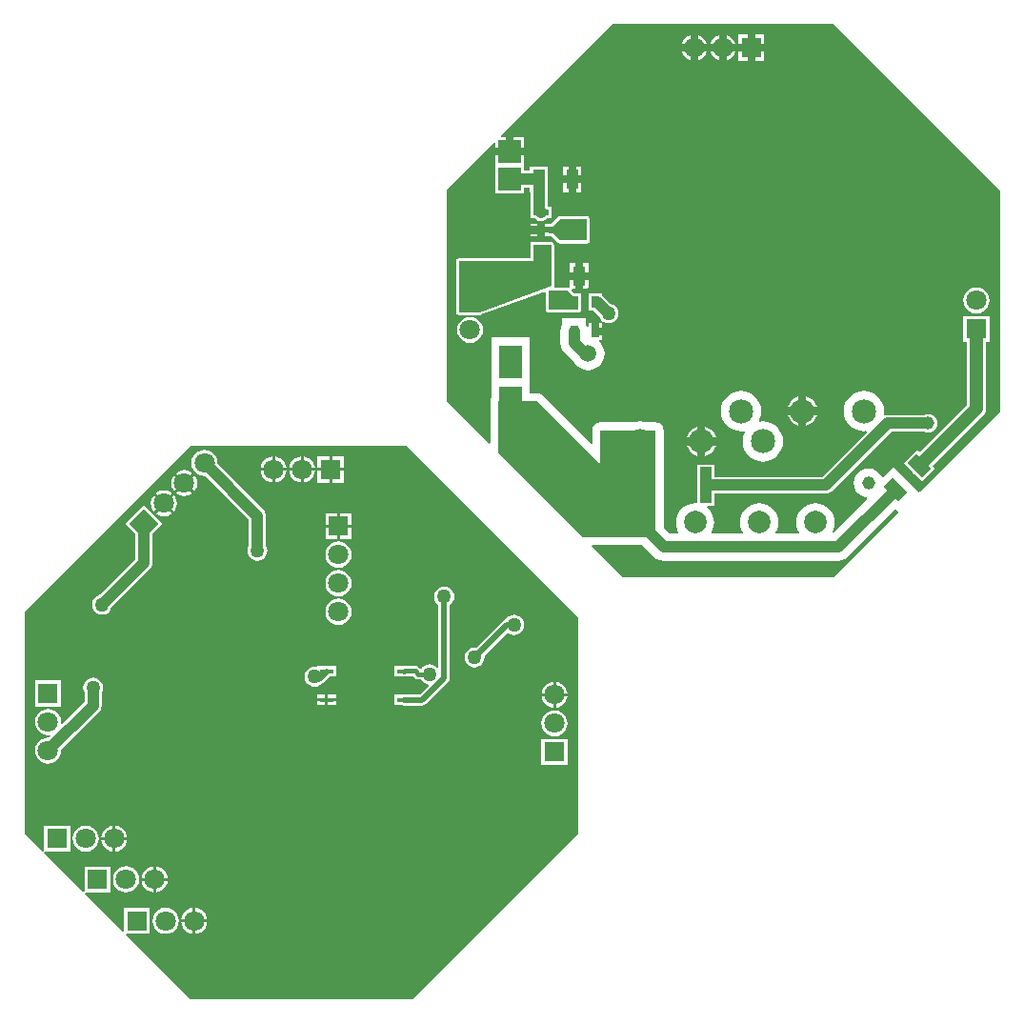
<source format=gbl>
G04 Layer_Physical_Order=2*
G04 Layer_Color=16711680*
%FSLAX44Y44*%
%MOMM*%
G71*
G01*
G75*
%ADD11R,1.1120X1.8034*%
%ADD18C,1.0000*%
%ADD21C,0.5000*%
%ADD22C,0.4000*%
%ADD24C,1.8000*%
%ADD25R,1.8000X1.8000*%
%ADD26P,2.5456X4X90.0*%
%ADD27R,1.8000X1.8000*%
%ADD28R,2.0000X2.0000*%
%ADD29R,2.0000X3.0000*%
%ADD30C,1.1684*%
%ADD31C,2.0000*%
%ADD32C,2.1590*%
%ADD33C,1.5000*%
%ADD34C,0.7000*%
%ADD35C,1.2700*%
%ADD36R,1.2080X0.4564*%
G04:AMPARAMS|DCode=37|XSize=1.112mm|YSize=1.8034mm|CornerRadius=0mm|HoleSize=0mm|Usage=FLASHONLY|Rotation=45.000|XOffset=0mm|YOffset=0mm|HoleType=Round|Shape=Rectangle|*
%AMROTATEDRECTD37*
4,1,4,0.2445,-1.0308,-1.0308,0.2445,-0.2445,1.0308,1.0308,-0.2445,0.2445,-1.0308,0.0*
%
%ADD37ROTATEDRECTD37*%

%ADD38R,1.0128X3.2004*%
%ADD39R,0.7000X1.0000*%
%ADD40R,1.3938X0.4826*%
%ADD41R,1.3938X0.5588*%
%ADD42C,1.2000*%
G36*
X871115Y723391D02*
Y526609D01*
X799779Y455272D01*
X798630Y454979D01*
X775979Y477630D01*
X766789Y468441D01*
X765544Y468689D01*
X765217Y469476D01*
X763159Y472159D01*
X760476Y474217D01*
X757352Y475511D01*
X754000Y475953D01*
X750648Y475511D01*
X747523Y474217D01*
X744841Y472159D01*
X742783Y469476D01*
X741488Y466352D01*
X741047Y463000D01*
X741488Y459647D01*
X742783Y456524D01*
X744841Y453841D01*
X747523Y451782D01*
X750648Y450488D01*
X752515Y450243D01*
X752923Y449040D01*
X722931Y419049D01*
X721900Y419813D01*
X722782Y421463D01*
X723754Y424667D01*
X724082Y428000D01*
X723754Y431333D01*
X722782Y434537D01*
X721203Y437490D01*
X719079Y440079D01*
X716490Y442203D01*
X713537Y443782D01*
X710333Y444754D01*
X707000Y445082D01*
X703667Y444754D01*
X700463Y443782D01*
X697510Y442203D01*
X694921Y440079D01*
X692797Y437490D01*
X691218Y434537D01*
X690246Y431333D01*
X689918Y428000D01*
X690246Y424667D01*
X691218Y421463D01*
X692335Y419374D01*
X691574Y418103D01*
X672426D01*
X671665Y419374D01*
X672782Y421463D01*
X673754Y424667D01*
X674082Y428000D01*
X673754Y431333D01*
X672782Y434537D01*
X671203Y437490D01*
X669079Y440079D01*
X666490Y442203D01*
X663537Y443782D01*
X660333Y444754D01*
X657000Y445082D01*
X653667Y444754D01*
X650463Y443782D01*
X647510Y442203D01*
X644921Y440079D01*
X642797Y437490D01*
X641218Y434537D01*
X640246Y431333D01*
X639918Y428000D01*
X640246Y424667D01*
X641218Y421463D01*
X642335Y419374D01*
X641574Y418103D01*
X615426D01*
X614665Y419374D01*
X615782Y421463D01*
X616754Y424667D01*
X617082Y428000D01*
X616754Y431333D01*
X615782Y434537D01*
X614203Y437490D01*
X612079Y440079D01*
X610728Y441188D01*
X611182Y442458D01*
X617544D01*
Y453395D01*
X716237D01*
X718205Y453654D01*
X720040Y454414D01*
X721615Y455622D01*
X774420Y508428D01*
X803490D01*
X804845Y507867D01*
X807033Y507579D01*
X809221Y507867D01*
X811260Y508711D01*
X813011Y510055D01*
X814355Y511806D01*
X815199Y513845D01*
X815487Y516033D01*
X815199Y518221D01*
X814355Y520260D01*
X813011Y522011D01*
X811260Y523355D01*
X809221Y524199D01*
X807033Y524487D01*
X804845Y524199D01*
X803490Y523638D01*
X771270D01*
X769302Y523379D01*
X768752Y523151D01*
X768509Y523223D01*
X767700Y523853D01*
X767590Y524045D01*
X767881Y527000D01*
X767538Y530488D01*
X766520Y533843D01*
X764868Y536934D01*
X762644Y539644D01*
X759934Y541868D01*
X756843Y543520D01*
X753488Y544538D01*
X750000Y544881D01*
X746512Y544538D01*
X743157Y543520D01*
X740066Y541868D01*
X737356Y539644D01*
X735132Y536934D01*
X733480Y533843D01*
X732462Y530488D01*
X732119Y527000D01*
X732462Y523512D01*
X733480Y520157D01*
X735132Y517066D01*
X737356Y514356D01*
X740066Y512132D01*
X743157Y510480D01*
X746512Y509462D01*
X750000Y509119D01*
X752002Y509316D01*
X752579Y508097D01*
X713087Y468605D01*
X617544D01*
Y479542D01*
X602336D01*
Y461008D01*
X602335Y461000D01*
X602336Y460992D01*
Y445798D01*
X601395Y444945D01*
X600000Y445082D01*
X596667Y444754D01*
X593463Y443782D01*
X590510Y442203D01*
X587921Y440079D01*
X585797Y437490D01*
X584218Y434537D01*
X583246Y431333D01*
X582918Y428000D01*
X583246Y424667D01*
X584218Y421463D01*
X585335Y419374D01*
X584574Y418103D01*
X577014D01*
X572060Y423057D01*
Y510000D01*
X571820Y511827D01*
X571115Y513530D01*
X569992Y514992D01*
X568530Y516115D01*
X566827Y516820D01*
X565000Y517060D01*
X556061D01*
X554488Y517537D01*
X551000Y517881D01*
X547512Y517537D01*
X545939Y517060D01*
X516000D01*
X514173Y516820D01*
X512470Y516115D01*
X511007Y514992D01*
X509885Y513530D01*
X509180Y511827D01*
X508940Y510000D01*
Y498705D01*
X507766Y498219D01*
X464992Y540993D01*
X463530Y542114D01*
X461827Y542820D01*
X460000Y543060D01*
X453000D01*
Y549000D01*
Y593000D01*
X419000D01*
Y549000D01*
Y539679D01*
X418885Y539530D01*
X418180Y537827D01*
X417940Y536000D01*
Y498720D01*
X416766Y498234D01*
X378885Y536115D01*
Y723391D01*
X421287Y765793D01*
X422460Y765307D01*
Y761500D01*
X431500D01*
Y770540D01*
X427693D01*
X427207Y771713D01*
X526609Y871115D01*
X723391D01*
X871115Y723391D01*
D02*
G37*
G36*
X513900Y482100D02*
X514730Y481270D01*
X516000Y480000D01*
X516000Y481000D01*
X516000Y481796D01*
Y481796D01*
Y481796D01*
X516000D01*
Y510000D01*
X565000D01*
Y417000D01*
Y415754D01*
X564017Y415000D01*
X500000D01*
X425000Y490000D01*
Y536000D01*
X460000D01*
X513900Y482100D01*
D02*
G37*
G36*
X780868Y437216D02*
X780574Y436068D01*
X723391Y378885D01*
X536115D01*
X508234Y406766D01*
X508720Y407940D01*
X552943D01*
X563442Y397441D01*
X565948Y395518D01*
X568867Y394309D01*
X572000Y393896D01*
X727000D01*
X730133Y394309D01*
X733052Y395518D01*
X735558Y397441D01*
X778100Y439983D01*
X780868Y437216D01*
D02*
G37*
G36*
X496115Y343885D02*
Y150877D01*
X349123Y3885D01*
X151609D01*
X121497Y33997D01*
X94257Y61237D01*
X94743Y62410D01*
X115490D01*
Y85490D01*
X92410D01*
Y64743D01*
X91237Y64257D01*
X57584Y97910D01*
X58110Y99180D01*
X80320D01*
Y122260D01*
X57240D01*
Y100049D01*
X55970Y99523D01*
X21314Y134180D01*
X21880Y135410D01*
X22485Y135410D01*
X44490D01*
Y158490D01*
X21410D01*
Y136574D01*
X21410Y135880D01*
X20180Y135314D01*
X3885Y151609D01*
Y348391D01*
X151609Y496115D01*
X343885D01*
X496115Y343885D01*
D02*
G37*
%LPC*%
G36*
X447540Y754500D02*
X435000D01*
X422460D01*
Y745460D01*
Y720460D01*
X447540D01*
Y725395D01*
X452942D01*
Y721443D01*
X453437D01*
Y705735D01*
X453568Y704739D01*
Y698747D01*
X457275D01*
X457699Y698322D01*
X459274Y697114D01*
X461109Y696354D01*
X463077Y696095D01*
X465045Y696354D01*
X466880Y697114D01*
X468455Y698322D01*
X468780Y698747D01*
X472586D01*
Y708653D01*
X468780D01*
X468647Y708827D01*
Y721443D01*
X469142D01*
Y744557D01*
X452942D01*
Y740605D01*
X447540D01*
Y745460D01*
Y754500D01*
D02*
G37*
G36*
X459577Y693334D02*
X453568D01*
Y691500D01*
X459577D01*
Y693334D01*
D02*
G37*
G36*
Y684500D02*
X453568D01*
Y682666D01*
X459577D01*
Y684500D01*
D02*
G37*
G36*
X499058Y729500D02*
X494458D01*
Y721443D01*
X499058D01*
Y729500D01*
D02*
G37*
G36*
X487458D02*
X482858D01*
Y721443D01*
X487458D01*
Y729500D01*
D02*
G37*
G36*
X504026Y699984D02*
X479702D01*
X479677Y699979D01*
X479652Y699983D01*
X479183Y699880D01*
X478711Y699787D01*
X478690Y699772D01*
X478665Y699767D01*
X478271Y699492D01*
X477871Y699225D01*
X477857Y699204D01*
X477836Y699190D01*
X472250Y693384D01*
X470046D01*
X469796Y693334D01*
X466577D01*
Y688000D01*
Y682666D01*
X469796D01*
X470046Y682616D01*
X472469D01*
X477800Y676848D01*
X477842Y676818D01*
X477871Y676775D01*
X478249Y676522D01*
X478618Y676254D01*
X478668Y676242D01*
X478711Y676213D01*
X479157Y676124D01*
X479600Y676018D01*
X479651Y676026D01*
X479702Y676016D01*
X504026D01*
X505017Y676213D01*
X505857Y676775D01*
X506419Y677615D01*
X506616Y678606D01*
Y697394D01*
X506419Y698385D01*
X505857Y699225D01*
X505017Y699787D01*
X504026Y699984D01*
D02*
G37*
G36*
X505058Y643500D02*
X500458D01*
Y635443D01*
X505058D01*
Y643500D01*
D02*
G37*
G36*
X513000Y631605D02*
X512202Y631500D01*
X508040D01*
Y631540D01*
X505500D01*
Y631501D01*
X505499D01*
Y624798D01*
X505395Y624000D01*
X505499Y623202D01*
Y616499D01*
X505500D01*
Y616460D01*
X508040D01*
Y616500D01*
X509745D01*
X514305Y611940D01*
X514339Y611679D01*
X515235Y609517D01*
X516660Y607660D01*
X518033Y606606D01*
X517336Y605540D01*
X516335Y605540D01*
X515000D01*
Y601500D01*
X517540D01*
Y604307D01*
X517540Y605383D01*
X518517Y606235D01*
X519110Y605989D01*
X520679Y605339D01*
X523000Y605033D01*
X525321Y605339D01*
X527483Y606235D01*
X529340Y607660D01*
X530765Y609517D01*
X531661Y611679D01*
X531967Y614000D01*
X531661Y616321D01*
X530765Y618483D01*
X529340Y620340D01*
X527483Y621765D01*
X525321Y622661D01*
X525060Y622696D01*
X518378Y629378D01*
X517500Y630051D01*
Y631500D01*
X513798D01*
X513000Y631605D01*
D02*
G37*
G36*
X602700Y861041D02*
Y853500D01*
X610241D01*
X609280Y855820D01*
X607430Y858230D01*
X605020Y860080D01*
X602700Y861041D01*
D02*
G37*
G36*
X661540Y861540D02*
X653500D01*
Y853500D01*
X661540D01*
Y861540D01*
D02*
G37*
G36*
X505058Y658557D02*
X500458D01*
Y650500D01*
X505058D01*
Y658557D01*
D02*
G37*
G36*
X493458D02*
X488858D01*
Y650500D01*
X493458D01*
Y658557D01*
D02*
G37*
G36*
X635641Y846500D02*
X628100D01*
Y838959D01*
X630420Y839920D01*
X632830Y841770D01*
X634680Y844180D01*
X635641Y846500D01*
D02*
G37*
G36*
X610241D02*
X602700D01*
Y838959D01*
X605020Y839920D01*
X607430Y841770D01*
X609280Y844180D01*
X610241Y846500D01*
D02*
G37*
G36*
X621100D02*
X613559D01*
X614520Y844180D01*
X616370Y841770D01*
X618780Y839920D01*
X621100Y838959D01*
Y846500D01*
D02*
G37*
G36*
Y861041D02*
X618780Y860080D01*
X616370Y858230D01*
X614520Y855820D01*
X613559Y853500D01*
X621100D01*
Y861041D01*
D02*
G37*
G36*
X595700D02*
X593380Y860080D01*
X590970Y858230D01*
X589120Y855820D01*
X588159Y853500D01*
X595700D01*
Y861041D01*
D02*
G37*
G36*
X646500Y861540D02*
X638460D01*
Y853500D01*
X646500D01*
Y861540D01*
D02*
G37*
G36*
X447540Y770540D02*
X438500D01*
Y761500D01*
X447540D01*
Y770540D01*
D02*
G37*
G36*
X499058Y744557D02*
X494458D01*
Y736500D01*
X499058D01*
Y744557D01*
D02*
G37*
G36*
X487458D02*
X482858D01*
Y736500D01*
X487458D01*
Y744557D01*
D02*
G37*
G36*
X595700Y846500D02*
X588159D01*
X589120Y844180D01*
X590970Y841770D01*
X593380Y839920D01*
X595700Y838959D01*
Y846500D01*
D02*
G37*
G36*
X661540D02*
X653500D01*
Y838460D01*
X661540D01*
Y846500D01*
D02*
G37*
G36*
X646500D02*
X638460D01*
Y838460D01*
X646500D01*
Y846500D01*
D02*
G37*
G36*
X628100Y861041D02*
Y853500D01*
X635641D01*
X634680Y855820D01*
X632830Y858230D01*
X630420Y860080D01*
X628100Y861041D01*
D02*
G37*
G36*
X602100Y496500D02*
X592616D01*
X593952Y493275D01*
X596089Y490489D01*
X598875Y488352D01*
X602100Y487016D01*
Y496500D01*
D02*
G37*
G36*
X640800Y544881D02*
X637312Y544538D01*
X633957Y543520D01*
X630866Y541868D01*
X628156Y539644D01*
X625932Y536934D01*
X624280Y533843D01*
X623262Y530488D01*
X622919Y527000D01*
X623262Y523512D01*
X624280Y520157D01*
X625932Y517066D01*
X628156Y514356D01*
X630866Y512132D01*
X633957Y510480D01*
X637312Y509462D01*
X640800Y509119D01*
X643604Y509395D01*
X644404Y508198D01*
X643680Y506843D01*
X642663Y503488D01*
X642319Y500000D01*
X642663Y496511D01*
X643680Y493157D01*
X645332Y490066D01*
X647556Y487356D01*
X650266Y485132D01*
X653357Y483480D01*
X656712Y482462D01*
X660200Y482119D01*
X663688Y482462D01*
X667043Y483480D01*
X670134Y485132D01*
X672844Y487356D01*
X675068Y490066D01*
X676720Y493157D01*
X677738Y496511D01*
X678081Y500000D01*
X677738Y503488D01*
X676720Y506843D01*
X675068Y509934D01*
X672844Y512644D01*
X670134Y514868D01*
X667043Y516520D01*
X663688Y517537D01*
X660200Y517881D01*
X657396Y517605D01*
X656596Y518802D01*
X657320Y520157D01*
X658337Y523512D01*
X658681Y527000D01*
X658337Y530488D01*
X657320Y533843D01*
X655668Y536934D01*
X653444Y539644D01*
X650734Y541868D01*
X647643Y543520D01*
X644288Y544538D01*
X640800Y544881D01*
D02*
G37*
G36*
X492500Y610104D02*
X491713Y610000D01*
X482000D01*
Y604008D01*
X480809Y601133D01*
X480396Y598000D01*
Y587500D01*
X480809Y584367D01*
X482018Y581448D01*
X483941Y578941D01*
X492786Y570097D01*
X494658Y567657D01*
X497687Y565333D01*
X501214Y563872D01*
X505000Y563373D01*
X508785Y563872D01*
X512312Y565333D01*
X515341Y567657D01*
X517665Y570686D01*
X519127Y574213D01*
X519625Y577999D01*
X519127Y581784D01*
X517665Y585311D01*
X515341Y588340D01*
X514146Y589257D01*
X514554Y590460D01*
X517540D01*
Y594500D01*
X511500D01*
Y598000D01*
X508000D01*
Y605540D01*
X505460D01*
Y601224D01*
X504191Y601133D01*
X503000Y604008D01*
Y610000D01*
X493287D01*
X492500Y610104D01*
D02*
G37*
G36*
X698900Y539984D02*
Y530500D01*
X708384D01*
X707048Y533725D01*
X704911Y536511D01*
X702125Y538648D01*
X698900Y539984D01*
D02*
G37*
G36*
X691900D02*
X688675Y538648D01*
X685889Y536511D01*
X683752Y533725D01*
X682416Y530500D01*
X691900D01*
Y539984D01*
D02*
G37*
G36*
X472000Y677590D02*
X456000D01*
X455009Y677393D01*
X454800Y677253D01*
X453568D01*
Y675793D01*
X453410Y675000D01*
Y662590D01*
X390000D01*
X389009Y662393D01*
X388169Y661831D01*
X387607Y660991D01*
X387410Y660000D01*
Y615000D01*
X387607Y614009D01*
X388169Y613169D01*
X389009Y612607D01*
X390000Y612410D01*
X409000D01*
X409442Y612498D01*
X409889Y612567D01*
X461889Y631567D01*
X461889Y631568D01*
X466370Y633197D01*
X467410Y632468D01*
Y617000D01*
X467607Y616009D01*
X468169Y615169D01*
X469009Y614607D01*
X470000Y614410D01*
X496000D01*
X496991Y614607D01*
X497831Y615169D01*
X498393Y616009D01*
X498482Y616460D01*
X498500D01*
Y616499D01*
X498501D01*
Y616549D01*
X498590Y617000D01*
Y619000D01*
Y624000D01*
Y629000D01*
X498501Y629451D01*
Y631501D01*
X498500D01*
Y631540D01*
X496250D01*
X496000Y631590D01*
X493073D01*
X490393Y634270D01*
X490879Y635443D01*
X493458D01*
Y643500D01*
X488858D01*
Y637341D01*
X488626Y637087D01*
X487588Y636473D01*
X487000Y636590D01*
X475142D01*
Y658557D01*
X474590D01*
Y675000D01*
X474393Y675991D01*
X473831Y676831D01*
X472991Y677393D01*
X472000Y677590D01*
D02*
G37*
G36*
X850000Y637039D02*
X846987Y636643D01*
X844180Y635480D01*
X841770Y633630D01*
X839920Y631220D01*
X838757Y628413D01*
X838360Y625400D01*
X838757Y622388D01*
X839920Y619580D01*
X841770Y617170D01*
X844180Y615320D01*
X846987Y614157D01*
X850000Y613760D01*
X853012Y614157D01*
X855820Y615320D01*
X858230Y617170D01*
X860080Y619580D01*
X861243Y622388D01*
X861639Y625400D01*
X861243Y628413D01*
X860080Y631220D01*
X858230Y633630D01*
X855820Y635480D01*
X853012Y636643D01*
X850000Y637039D01*
D02*
G37*
G36*
X400000Y610840D02*
X396987Y610443D01*
X394180Y609280D01*
X391770Y607430D01*
X389920Y605020D01*
X388757Y602212D01*
X388360Y599200D01*
X388757Y596188D01*
X389920Y593380D01*
X391770Y590970D01*
X394180Y589120D01*
X396987Y587957D01*
X400000Y587560D01*
X403013Y587957D01*
X405820Y589120D01*
X408230Y590970D01*
X410080Y593380D01*
X411243Y596188D01*
X411640Y599200D01*
X411243Y602212D01*
X410080Y605020D01*
X408230Y607430D01*
X405820Y609280D01*
X403013Y610443D01*
X400000Y610840D01*
D02*
G37*
G36*
X602100Y512984D02*
X598875Y511648D01*
X596089Y509511D01*
X593952Y506725D01*
X592616Y503500D01*
X602100D01*
Y512984D01*
D02*
G37*
G36*
X861540Y611540D02*
X838460D01*
Y588460D01*
X841386D01*
Y532568D01*
X799214Y490395D01*
X797132Y492477D01*
X785677Y481021D01*
X791897Y474802D01*
X792117Y474270D01*
X793486Y472486D01*
X795270Y471117D01*
X795802Y470897D01*
X802021Y464677D01*
X813476Y476132D01*
X811395Y478214D01*
X856091Y522909D01*
X857460Y524693D01*
X858320Y526771D01*
X858614Y529000D01*
Y588460D01*
X861540D01*
Y611540D01*
D02*
G37*
G36*
X618584Y496500D02*
X609100D01*
Y487016D01*
X612325Y488352D01*
X615111Y490489D01*
X617248Y493275D01*
X618584Y496500D01*
D02*
G37*
G36*
X708384Y523500D02*
X698900D01*
Y514016D01*
X702125Y515352D01*
X704911Y517489D01*
X707048Y520275D01*
X708384Y523500D01*
D02*
G37*
G36*
X691900D02*
X682416D01*
X683752Y520275D01*
X685889Y517489D01*
X688675Y515352D01*
X691900Y514016D01*
Y523500D01*
D02*
G37*
G36*
X609100Y512984D02*
Y503500D01*
X618584D01*
X617248Y506725D01*
X615111Y509511D01*
X612325Y511648D01*
X609100Y512984D01*
D02*
G37*
%LPD*%
G36*
X504026Y678606D02*
X479702D01*
X473602Y685206D01*
X470046D01*
Y690794D01*
X473352D01*
X479702Y697394D01*
X504026D01*
Y678606D01*
D02*
G37*
G36*
X472000Y656000D02*
Y638000D01*
X461000Y634000D01*
X409000Y615000D01*
X390000D01*
Y660000D01*
X456000D01*
Y675000D01*
X472000D01*
Y656000D01*
D02*
G37*
G36*
X492000Y629000D02*
X496000D01*
Y619000D01*
Y617000D01*
X470000D01*
Y634000D01*
X487000D01*
X492000Y629000D01*
D02*
G37*
%LPC*%
G36*
X283000Y411040D02*
X279988Y410643D01*
X277180Y409480D01*
X274770Y407630D01*
X272920Y405220D01*
X271757Y402413D01*
X271360Y399400D01*
X271757Y396387D01*
X272920Y393580D01*
X274770Y391170D01*
X277180Y389320D01*
X279988Y388157D01*
X283000Y387761D01*
X286012Y388157D01*
X288820Y389320D01*
X291230Y391170D01*
X293080Y393580D01*
X294243Y396387D01*
X294639Y399400D01*
X294243Y402413D01*
X293080Y405220D01*
X291230Y407630D01*
X288820Y409480D01*
X286012Y410643D01*
X283000Y411040D01*
D02*
G37*
G36*
Y385639D02*
X279988Y385243D01*
X277180Y384080D01*
X274770Y382230D01*
X272920Y379820D01*
X271757Y377012D01*
X271360Y374000D01*
X271757Y370987D01*
X272920Y368180D01*
X274770Y365770D01*
X277180Y363920D01*
X279988Y362757D01*
X283000Y362360D01*
X286012Y362757D01*
X288820Y363920D01*
X291230Y365770D01*
X293080Y368180D01*
X294243Y370987D01*
X294639Y374000D01*
X294243Y377012D01*
X293080Y379820D01*
X291230Y382230D01*
X288820Y384080D01*
X286012Y385243D01*
X283000Y385639D01*
D02*
G37*
G36*
X294540Y423530D02*
X284270D01*
Y413260D01*
X294540D01*
Y423530D01*
D02*
G37*
G36*
X281730D02*
X271460D01*
Y413260D01*
X281730D01*
Y423530D01*
D02*
G37*
G36*
X163921Y492561D02*
X160909Y492164D01*
X158101Y491001D01*
X155691Y489151D01*
X153841Y486741D01*
X152678Y483934D01*
X152282Y480921D01*
X152678Y477909D01*
X153841Y475101D01*
X155691Y472691D01*
X158101Y470841D01*
X160909Y469678D01*
X163921Y469282D01*
X164702Y469384D01*
X203395Y430692D01*
Y407692D01*
X203235Y407483D01*
X202339Y405321D01*
X202033Y403000D01*
X202339Y400679D01*
X203235Y398517D01*
X204660Y396660D01*
X206517Y395235D01*
X208679Y394339D01*
X211000Y394033D01*
X213321Y394339D01*
X215483Y395235D01*
X217340Y396660D01*
X218765Y398517D01*
X219661Y400679D01*
X219967Y403000D01*
X219661Y405321D01*
X218765Y407483D01*
X218605Y407692D01*
Y433842D01*
X218346Y435810D01*
X217901Y436885D01*
X217586Y437645D01*
X216378Y439220D01*
X175458Y480140D01*
X175561Y480921D01*
X175164Y483934D01*
X174001Y486741D01*
X172151Y489151D01*
X169741Y491001D01*
X166934Y492164D01*
X163921Y492561D01*
D02*
G37*
G36*
X272583Y300839D02*
X270991Y300522D01*
X264003D01*
Y300522D01*
X263190Y299809D01*
X261999Y299966D01*
X259679Y299661D01*
X257516Y298765D01*
X255659Y297340D01*
X254234Y295483D01*
X253338Y293320D01*
X253033Y290999D01*
X253338Y288679D01*
X254234Y286516D01*
X255659Y284659D01*
X257516Y283234D01*
X259679Y282338D01*
X261999Y282033D01*
X264320Y282338D01*
X266483Y283234D01*
X267795Y284241D01*
X267849Y284252D01*
X269516Y285366D01*
X275028Y290878D01*
X281163D01*
Y300522D01*
X274175D01*
X272583Y300839D01*
D02*
G37*
G36*
X377000Y370967D02*
X374679Y370661D01*
X372517Y369765D01*
X370660Y368340D01*
X369235Y366483D01*
X368339Y364321D01*
X368033Y362000D01*
X368339Y359679D01*
X369235Y357517D01*
X370660Y355660D01*
X371861Y354738D01*
Y299443D01*
X370591Y299012D01*
X370340Y299340D01*
X368483Y300765D01*
X366320Y301661D01*
X363999Y301966D01*
X361679Y301661D01*
X359516Y300765D01*
X357659Y299340D01*
X356893Y298341D01*
X355297Y298249D01*
X354273Y299273D01*
X352771Y300277D01*
X351000Y300629D01*
X351000Y300629D01*
X341717D01*
X341717Y300629D01*
X341179Y300522D01*
X332837D01*
Y290878D01*
X349576D01*
X350727Y289726D01*
X350727Y289726D01*
X352229Y288723D01*
X354001Y288370D01*
X356346D01*
X357659Y286659D01*
X359516Y285234D01*
X361679Y284338D01*
X362464Y284235D01*
X362873Y283032D01*
X355279Y275439D01*
X341417D01*
X339825Y275122D01*
X332837D01*
Y265478D01*
X339825D01*
X341417Y265161D01*
X357408D01*
X359374Y265553D01*
X361041Y266666D01*
X380634Y286259D01*
X381748Y287926D01*
X382139Y289892D01*
Y354738D01*
X383340Y355660D01*
X384765Y357517D01*
X385661Y359679D01*
X385967Y362000D01*
X385661Y364321D01*
X384765Y366483D01*
X383340Y368340D01*
X381483Y369765D01*
X379321Y370661D01*
X377000Y370967D01*
D02*
G37*
G36*
X476320Y286222D02*
Y276020D01*
X486522D01*
X486293Y277763D01*
X485130Y280570D01*
X483280Y282980D01*
X480870Y284830D01*
X478063Y285993D01*
X476320Y286222D01*
D02*
G37*
G36*
X110040Y443359D02*
X93720Y427039D01*
X102434Y418325D01*
Y395190D01*
X70940Y363695D01*
X70679Y363661D01*
X68517Y362765D01*
X66660Y361340D01*
X65235Y359483D01*
X64339Y357321D01*
X64033Y355000D01*
X64339Y352679D01*
X65235Y350517D01*
X66660Y348660D01*
X68517Y347235D01*
X70679Y346339D01*
X73000Y346033D01*
X75321Y346339D01*
X77483Y347235D01*
X79340Y348660D01*
X80765Y350517D01*
X81661Y352679D01*
X81695Y352940D01*
X115417Y386662D01*
X116626Y388237D01*
X117385Y390071D01*
X117645Y392039D01*
Y418325D01*
X126360Y427039D01*
X110040Y443359D01*
D02*
G37*
G36*
X283000Y360240D02*
X279988Y359843D01*
X277180Y358680D01*
X274770Y356830D01*
X272920Y354420D01*
X271757Y351613D01*
X271360Y348600D01*
X271757Y345588D01*
X272920Y342780D01*
X274770Y340370D01*
X277180Y338520D01*
X279988Y337357D01*
X283000Y336960D01*
X286012Y337357D01*
X288820Y338520D01*
X291230Y340370D01*
X293080Y342780D01*
X294243Y345588D01*
X294639Y348600D01*
X294243Y351613D01*
X293080Y354420D01*
X291230Y356830D01*
X288820Y358680D01*
X286012Y359843D01*
X283000Y360240D01*
D02*
G37*
G36*
X438999Y345966D02*
X436678Y345661D01*
X434516Y344765D01*
X432659Y343340D01*
X431509Y341842D01*
X431033Y341747D01*
X429366Y340633D01*
X405501Y316768D01*
X403999Y316966D01*
X401678Y316661D01*
X399516Y315765D01*
X397659Y314340D01*
X396234Y312483D01*
X395338Y310320D01*
X395033Y307999D01*
X395338Y305679D01*
X396234Y303516D01*
X397659Y301659D01*
X399516Y300234D01*
X401678Y299338D01*
X403999Y299033D01*
X406320Y299338D01*
X408483Y300234D01*
X410340Y301659D01*
X411765Y303516D01*
X412660Y305679D01*
X412966Y307999D01*
X412768Y309501D01*
X433376Y330109D01*
X434516Y329234D01*
X436678Y328338D01*
X438999Y328033D01*
X441320Y328338D01*
X443483Y329234D01*
X445340Y330659D01*
X446764Y332516D01*
X447660Y334679D01*
X447966Y336999D01*
X447660Y339320D01*
X446764Y341483D01*
X445340Y343340D01*
X443483Y344765D01*
X441320Y345661D01*
X438999Y345966D01*
D02*
G37*
G36*
X145961Y461165D02*
X138746Y453950D01*
X140141Y452880D01*
X142948Y451718D01*
X145961Y451321D01*
X148973Y451718D01*
X151780Y452880D01*
X153175Y453950D01*
X145961Y461165D01*
D02*
G37*
G36*
X128000Y456640D02*
X124987Y456243D01*
X122180Y455080D01*
X120786Y454010D01*
X128000Y446796D01*
X135214Y454010D01*
X133820Y455080D01*
X131012Y456243D01*
X128000Y456640D01*
D02*
G37*
G36*
X118990Y452214D02*
X117920Y450820D01*
X116757Y448013D01*
X116360Y445000D01*
X116757Y441987D01*
X117920Y439180D01*
X118990Y437786D01*
X126204Y445000D01*
X118990Y452214D01*
D02*
G37*
G36*
X274780Y473780D02*
X264510D01*
Y463510D01*
X274780D01*
Y473780D01*
D02*
G37*
G36*
X136950Y470175D02*
X135880Y468780D01*
X134718Y465973D01*
X134321Y462961D01*
X134718Y459948D01*
X135880Y457141D01*
X136950Y455746D01*
X144164Y462961D01*
X136950Y470175D01*
D02*
G37*
G36*
X154971Y470175D02*
X147757Y462961D01*
X154971Y455746D01*
X156041Y457141D01*
X157203Y459948D01*
X157600Y462961D01*
X157203Y465973D01*
X156041Y468780D01*
X154971Y470175D01*
D02*
G37*
G36*
X281730Y436340D02*
X271460D01*
Y426070D01*
X281730D01*
Y436340D01*
D02*
G37*
G36*
X287590Y473780D02*
X277320D01*
Y463510D01*
X287590D01*
Y473780D01*
D02*
G37*
G36*
X223980D02*
X213778D01*
X214007Y472037D01*
X215170Y469230D01*
X217020Y466820D01*
X219430Y464970D01*
X222237Y463807D01*
X223980Y463578D01*
Y473780D01*
D02*
G37*
G36*
X137010Y452214D02*
X129796Y445000D01*
X137010Y437786D01*
X138080Y439180D01*
X139243Y441987D01*
X139640Y445000D01*
X139243Y448013D01*
X138080Y450820D01*
X137010Y452214D01*
D02*
G37*
G36*
X128000Y443204D02*
X120786Y435990D01*
X122180Y434920D01*
X124987Y433757D01*
X128000Y433360D01*
X131012Y433757D01*
X133820Y434920D01*
X135214Y435990D01*
X128000Y443204D01*
D02*
G37*
G36*
X294540Y436340D02*
X284270D01*
Y426070D01*
X294540D01*
Y436340D01*
D02*
G37*
G36*
X473780Y286222D02*
X472037Y285993D01*
X469230Y284830D01*
X466820Y282980D01*
X464970Y280570D01*
X463807Y277763D01*
X463578Y276020D01*
X473780D01*
Y286222D01*
D02*
G37*
G36*
X118310Y122192D02*
X116568Y121962D01*
X113761Y120800D01*
X111350Y118950D01*
X109500Y116539D01*
X108337Y113732D01*
X108108Y111990D01*
X118310D01*
Y122192D01*
D02*
G37*
G36*
X131053Y109450D02*
X120850D01*
Y99247D01*
X122593Y99477D01*
X125400Y100639D01*
X127811Y102489D01*
X129661Y104900D01*
X130823Y107707D01*
X131053Y109450D01*
D02*
G37*
G36*
X118310D02*
X108108D01*
X108337Y107707D01*
X109500Y104900D01*
X111350Y102489D01*
X113761Y100639D01*
X116568Y99477D01*
X118310Y99247D01*
Y109450D01*
D02*
G37*
G36*
X82480Y145680D02*
X72278D01*
X72507Y143938D01*
X73670Y141130D01*
X75520Y138720D01*
X77930Y136870D01*
X80737Y135707D01*
X82480Y135478D01*
Y145680D01*
D02*
G37*
G36*
X58350Y158590D02*
X55338Y158193D01*
X52530Y157030D01*
X50120Y155180D01*
X48270Y152770D01*
X47107Y149963D01*
X46710Y146950D01*
X47107Y143938D01*
X48270Y141130D01*
X50120Y138720D01*
X52530Y136870D01*
X55338Y135707D01*
X58350Y135310D01*
X61363Y135707D01*
X64170Y136870D01*
X66580Y138720D01*
X68430Y141130D01*
X69593Y143938D01*
X69990Y146950D01*
X69593Y149963D01*
X68430Y152770D01*
X66580Y155180D01*
X64170Y157030D01*
X61363Y158193D01*
X58350Y158590D01*
D02*
G37*
G36*
X120850Y122192D02*
Y111990D01*
X131053D01*
X130823Y113732D01*
X129661Y116539D01*
X127811Y118950D01*
X125400Y120800D01*
X122593Y121962D01*
X120850Y122192D01*
D02*
G37*
G36*
X166222Y72680D02*
X156020D01*
Y62478D01*
X157762Y62707D01*
X160570Y63870D01*
X162980Y65720D01*
X164830Y68130D01*
X165993Y70938D01*
X166222Y72680D01*
D02*
G37*
G36*
X153480D02*
X143278D01*
X143507Y70938D01*
X144670Y68130D01*
X146520Y65720D01*
X148930Y63870D01*
X151737Y62707D01*
X153480Y62478D01*
Y72680D01*
D02*
G37*
G36*
X129350Y85590D02*
X126337Y85193D01*
X123530Y84030D01*
X121120Y82180D01*
X119270Y79770D01*
X118107Y76963D01*
X117710Y73950D01*
X118107Y70938D01*
X119270Y68130D01*
X121120Y65720D01*
X123530Y63870D01*
X126337Y62707D01*
X129350Y62311D01*
X132362Y62707D01*
X135170Y63870D01*
X137580Y65720D01*
X139430Y68130D01*
X140593Y70938D01*
X140990Y73950D01*
X140593Y76963D01*
X139430Y79770D01*
X137580Y82180D01*
X135170Y84030D01*
X132362Y85193D01*
X129350Y85590D01*
D02*
G37*
G36*
X94180Y122359D02*
X91168Y121962D01*
X88361Y120800D01*
X85950Y118950D01*
X84100Y116539D01*
X82937Y113732D01*
X82541Y110720D01*
X82937Y107707D01*
X84100Y104900D01*
X85950Y102489D01*
X88361Y100639D01*
X91168Y99477D01*
X94180Y99080D01*
X97193Y99477D01*
X100000Y100639D01*
X102411Y102489D01*
X104261Y104900D01*
X105423Y107707D01*
X105820Y110720D01*
X105423Y113732D01*
X104261Y116539D01*
X102411Y118950D01*
X100000Y120800D01*
X97193Y121962D01*
X94180Y122359D01*
D02*
G37*
G36*
X156020Y85422D02*
Y75220D01*
X166222D01*
X165993Y76963D01*
X164830Y79770D01*
X162980Y82180D01*
X160570Y84030D01*
X157762Y85193D01*
X156020Y85422D01*
D02*
G37*
G36*
X153480D02*
X151737Y85193D01*
X148930Y84030D01*
X146520Y82180D01*
X144670Y79770D01*
X143507Y76963D01*
X143278Y75220D01*
X153480D01*
Y85422D01*
D02*
G37*
G36*
X95222Y145680D02*
X85020D01*
Y135478D01*
X86763Y135707D01*
X89570Y136870D01*
X91980Y138720D01*
X93830Y141130D01*
X94993Y143938D01*
X95222Y145680D01*
D02*
G37*
G36*
X271313Y269030D02*
X264003D01*
Y265478D01*
X271313D01*
Y269030D01*
D02*
G37*
G36*
X36490Y287590D02*
X13410D01*
Y264510D01*
X36490D01*
Y287590D01*
D02*
G37*
G36*
X486522Y273480D02*
X476320D01*
Y263278D01*
X478063Y263507D01*
X480870Y264670D01*
X483280Y266520D01*
X485130Y268930D01*
X486293Y271737D01*
X486522Y273480D01*
D02*
G37*
G36*
X281163Y275122D02*
X273853D01*
Y271570D01*
X281163D01*
Y275122D01*
D02*
G37*
G36*
X271313D02*
X264003D01*
Y271570D01*
X271313D01*
Y275122D01*
D02*
G37*
G36*
X281163Y269030D02*
X273853D01*
Y265478D01*
X281163D01*
Y269030D01*
D02*
G37*
G36*
X486590Y235490D02*
X463510D01*
Y212410D01*
X486590D01*
Y235490D01*
D02*
G37*
G36*
X85020Y158422D02*
Y148220D01*
X95222D01*
X94993Y149963D01*
X93830Y152770D01*
X91980Y155180D01*
X89570Y157030D01*
X86763Y158193D01*
X85020Y158422D01*
D02*
G37*
G36*
X82480D02*
X80737Y158193D01*
X77930Y157030D01*
X75520Y155180D01*
X73670Y152770D01*
X72507Y149963D01*
X72278Y148220D01*
X82480D01*
Y158422D01*
D02*
G37*
G36*
X473780Y273480D02*
X463578D01*
X463807Y271737D01*
X464970Y268930D01*
X466820Y266520D01*
X469230Y264670D01*
X472037Y263507D01*
X473780Y263278D01*
Y273480D01*
D02*
G37*
G36*
X65000Y289967D02*
X62679Y289661D01*
X60517Y288765D01*
X58660Y287340D01*
X57235Y285483D01*
X56339Y283321D01*
X56033Y281000D01*
X56339Y278679D01*
X57235Y276517D01*
X57395Y276308D01*
Y268450D01*
X37609Y248664D01*
X36406Y249258D01*
X36590Y250650D01*
X36193Y253663D01*
X35030Y256470D01*
X33180Y258880D01*
X30770Y260730D01*
X27963Y261893D01*
X24950Y262290D01*
X21937Y261893D01*
X19130Y260730D01*
X16720Y258880D01*
X14870Y256470D01*
X13707Y253663D01*
X13311Y250650D01*
X13707Y247638D01*
X14870Y244830D01*
X16720Y242420D01*
X19130Y240570D01*
X21937Y239407D01*
X24950Y239011D01*
X26342Y239194D01*
X26936Y237991D01*
X25731Y236787D01*
X24950Y236890D01*
X21937Y236493D01*
X19130Y235330D01*
X16720Y233480D01*
X14870Y231070D01*
X13707Y228263D01*
X13311Y225250D01*
X13707Y222237D01*
X14870Y219430D01*
X16720Y217020D01*
X19130Y215170D01*
X21937Y214007D01*
X24950Y213610D01*
X27963Y214007D01*
X30770Y215170D01*
X33180Y217020D01*
X35030Y219430D01*
X36193Y222237D01*
X36590Y225250D01*
X36487Y226031D01*
X70378Y259922D01*
X71586Y261497D01*
X72346Y263332D01*
X72605Y265300D01*
Y276308D01*
X72765Y276517D01*
X73661Y278679D01*
X73967Y281000D01*
X73661Y283321D01*
X72765Y285483D01*
X71340Y287340D01*
X69483Y288765D01*
X67321Y289661D01*
X65000Y289967D01*
D02*
G37*
G36*
X475050Y260989D02*
X472037Y260593D01*
X469230Y259430D01*
X466820Y257580D01*
X464970Y255170D01*
X463807Y252362D01*
X463410Y249350D01*
X463807Y246338D01*
X464970Y243530D01*
X466820Y241120D01*
X469230Y239270D01*
X472037Y238107D01*
X475050Y237710D01*
X478063Y238107D01*
X480870Y239270D01*
X483280Y241120D01*
X485130Y243530D01*
X486293Y246338D01*
X486689Y249350D01*
X486293Y252362D01*
X485130Y255170D01*
X483280Y257580D01*
X480870Y259430D01*
X478063Y260593D01*
X475050Y260989D01*
D02*
G37*
G36*
X251920Y486522D02*
Y476320D01*
X262122D01*
X261893Y478063D01*
X260730Y480870D01*
X258880Y483280D01*
X256470Y485130D01*
X253663Y486293D01*
X251920Y486522D01*
D02*
G37*
G36*
X287590Y486590D02*
X277320D01*
Y476320D01*
X287590D01*
Y486590D01*
D02*
G37*
G36*
X223980Y486522D02*
X222237Y486293D01*
X219430Y485130D01*
X217020Y483280D01*
X215170Y480870D01*
X214007Y478063D01*
X213778Y476320D01*
X223980D01*
Y486522D01*
D02*
G37*
G36*
X226520Y486522D02*
Y476320D01*
X236722D01*
X236493Y478063D01*
X235330Y480870D01*
X233480Y483280D01*
X231070Y485130D01*
X228263Y486293D01*
X226520Y486522D01*
D02*
G37*
G36*
X262122Y473780D02*
X251920D01*
Y463578D01*
X253663Y463807D01*
X256470Y464970D01*
X258880Y466820D01*
X260730Y469230D01*
X261893Y472037D01*
X262122Y473780D01*
D02*
G37*
G36*
X236722D02*
X226520D01*
Y463578D01*
X228263Y463807D01*
X231070Y464970D01*
X233480Y466820D01*
X235330Y469230D01*
X236493Y472037D01*
X236722Y473780D01*
D02*
G37*
G36*
X249380D02*
X239178D01*
X239407Y472037D01*
X240570Y469230D01*
X242420Y466820D01*
X244830Y464970D01*
X247638Y463807D01*
X249380Y463578D01*
Y473780D01*
D02*
G37*
G36*
Y486522D02*
X247638Y486293D01*
X244830Y485130D01*
X242420Y483280D01*
X240570Y480870D01*
X239407Y478063D01*
X239178Y476320D01*
X249380D01*
Y486522D01*
D02*
G37*
G36*
X274780Y486590D02*
X264510D01*
Y476320D01*
X274780D01*
Y486590D01*
D02*
G37*
G36*
X145961Y474600D02*
X142948Y474203D01*
X140141Y473041D01*
X138746Y471971D01*
X145961Y464757D01*
X153175Y471971D01*
X151780Y473041D01*
X148973Y474203D01*
X145961Y474600D01*
D02*
G37*
%LPD*%
D11*
X461042Y733000D02*
D03*
X490958D02*
D03*
X467042Y647000D02*
D03*
X496958D02*
D03*
D18*
X434000Y733000D02*
X461042D01*
X502001Y577999D02*
X505000D01*
X110040Y392039D02*
Y427039D01*
X73000Y355000D02*
X110040Y392039D01*
X163921Y480921D02*
X211000Y433842D01*
Y403000D02*
Y433842D01*
X513000Y624000D02*
X523000Y614000D01*
X572000Y406000D02*
X727000D01*
X771270Y516033D02*
X807033D01*
X716237Y461000D02*
X771270Y516033D01*
X609940Y461000D02*
X716237D01*
X492500Y587500D02*
X502001Y577999D01*
X492500Y587500D02*
Y598000D01*
X461042Y733000D02*
X461042Y733000D01*
Y705735D02*
Y733000D01*
Y705735D02*
X463077Y703700D01*
X24950Y225250D02*
X65000Y265300D01*
Y281000D01*
X550000Y428000D02*
X572000Y406000D01*
X727000D02*
X778500Y457500D01*
D21*
X341417Y270300D02*
X357408D01*
X377000Y289892D02*
Y362000D01*
X357408Y270300D02*
X377000Y289892D01*
X432999Y336999D02*
X438999D01*
X403999Y307999D02*
X432999Y336999D01*
X265882Y288999D02*
X272583Y295700D01*
X263882Y290999D02*
X265882Y288999D01*
X261999Y290999D02*
X263882D01*
D22*
X341417Y295700D02*
X341717Y296000D01*
X351000D01*
X354001Y292999D01*
X363999D01*
D24*
X250650Y475050D02*
D03*
X225250D02*
D03*
X128000Y445000D02*
D03*
X145961Y462961D02*
D03*
X163921Y480921D02*
D03*
X283000Y399400D02*
D03*
Y374000D02*
D03*
Y348600D02*
D03*
X475050Y249350D02*
D03*
Y274750D02*
D03*
X624600Y850000D02*
D03*
X599200D02*
D03*
X400000Y624600D02*
D03*
Y599200D02*
D03*
X850000Y625400D02*
D03*
Y650800D02*
D03*
X24950Y250650D02*
D03*
Y225250D02*
D03*
X58350Y146950D02*
D03*
X83750D02*
D03*
X94180Y110720D02*
D03*
X119580D02*
D03*
X129350Y73950D02*
D03*
X154750D02*
D03*
D25*
X276050Y475050D02*
D03*
X650000Y850000D02*
D03*
X32950Y146950D02*
D03*
X68780Y110720D02*
D03*
X103950Y73950D02*
D03*
D26*
X110040Y427039D02*
D03*
D27*
X283000Y424800D02*
D03*
X475050Y223950D02*
D03*
X400000Y650000D02*
D03*
X850000Y600000D02*
D03*
X24950Y276050D02*
D03*
D28*
X435000Y758000D02*
D03*
Y733000D02*
D03*
D29*
X436000Y534000D02*
D03*
Y571000D02*
D03*
D30*
X807033Y516033D02*
D03*
X754000Y463000D02*
D03*
D31*
X657000Y428000D02*
D03*
X707000D02*
D03*
X550000D02*
D03*
X600000D02*
D03*
D32*
X660200Y500000D02*
D03*
X605600D02*
D03*
X551000D02*
D03*
X750000Y527000D02*
D03*
X695400D02*
D03*
X640800D02*
D03*
D33*
X505000Y577999D02*
D03*
D34*
X166000Y458000D02*
D03*
X521000Y599000D02*
D03*
X545000Y620000D02*
D03*
X508000Y635000D02*
D03*
X503000Y733000D02*
D03*
X497000Y662000D02*
D03*
X508000Y647000D02*
D03*
X130000Y420000D02*
D03*
X90000D02*
D03*
X170000Y320000D02*
D03*
X150000Y300000D02*
D03*
X130000Y280000D02*
D03*
X290000Y220000D02*
D03*
X273000Y205000D02*
D03*
X289000Y192000D02*
D03*
X273000Y179000D02*
D03*
X248000Y210000D02*
D03*
X247000Y184000D02*
D03*
X230000Y200000D02*
D03*
Y220000D02*
D03*
X290000Y250000D02*
D03*
Y280000D02*
D03*
Y310000D02*
D03*
X310000D02*
D03*
Y330000D02*
D03*
Y380000D02*
D03*
Y400000D02*
D03*
X273000Y254000D02*
D03*
X474000Y621000D02*
D03*
Y630000D02*
D03*
X483000Y621000D02*
D03*
Y630000D02*
D03*
X320000Y310000D02*
D03*
Y330000D02*
D03*
Y400000D02*
D03*
Y380000D02*
D03*
X533000Y550000D02*
D03*
X553000D02*
D03*
X573000D02*
D03*
X518000D02*
D03*
X642000Y478000D02*
D03*
X680000Y479000D02*
D03*
X661000Y474000D02*
D03*
D35*
X211000Y403000D02*
D03*
X363999Y292999D02*
D03*
X377000Y362000D02*
D03*
X438999Y336999D02*
D03*
X403999Y307999D02*
D03*
X523000Y614000D02*
D03*
X65000Y281000D02*
D03*
X261999Y290999D02*
D03*
X73000Y355000D02*
D03*
X75000Y186000D02*
D03*
D36*
X341417Y295700D02*
D03*
Y270300D02*
D03*
X272583Y270300D02*
D03*
Y295700D02*
D03*
D37*
X799577Y478577D02*
D03*
X778423Y457423D02*
D03*
D38*
X609940Y461000D02*
D03*
X552060D02*
D03*
D39*
X511500Y598000D02*
D03*
Y624000D02*
D03*
X502000D02*
D03*
X492500D02*
D03*
Y598000D02*
D03*
D40*
X463077Y672300D02*
D03*
Y703700D02*
D03*
D41*
Y688000D02*
D03*
D42*
X850000Y529000D02*
Y599600D01*
X799577Y478577D02*
X850000Y529000D01*
M02*

</source>
